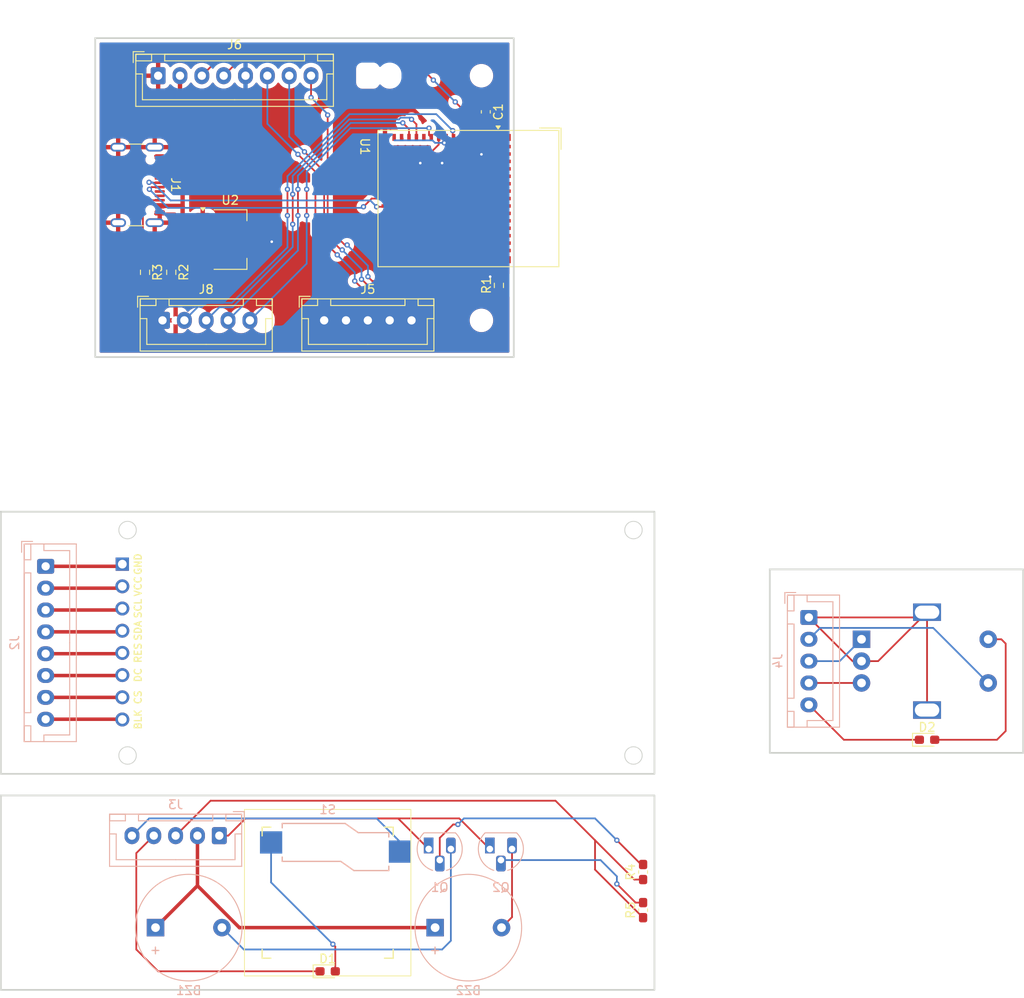
<source format=kicad_pcb>
(kicad_pcb (version 20241229) (generator "pcbnew") (generator_version "9.0")
  (layers (0 "F.Cu" signal) (2 "B.Cu" signal) (13 "F.Paste" user) (15 "B.Paste" user) (5 "F.SilkS" user "F.Silkscreen") (7 "B.SilkS" user "B.Silkscreen") (1 "F.Mask" user) (3 "B.Mask" user) (25 "Edge.Cuts" user))
  (net 0 "")
  (net 8 "E1A O")
  (net 11 "E1B O")
  (net 14 "Row 1 O")
  (net 15 "S1 O")
  (net 20 "E2B O")
  (net 22 "Row 0")
  (net 23 "S1")
  (net 28 "GND")
  (net 29 "+5V")
  (net 30 "D+")
  (net 31 "Net-(J1-CC2)")
  (net 32 "D-")
  (net 33 "Net-(J1-CC1)")
  (net 34 "+3V3")
  (net 35 "Net-(U1-EN)")
  (net 36 "Row 1")
  (net 37 "S0")
  (net 38 "S2 O")
  (net 39 "Row 2 O")
  (net 42 "Net-(BZ1--)")
  (net 46 "Net-(J2-Pin_1)")
  (net 47 "Net-(J2-Pin_6)")
  (net 48 "Net-(J2-Pin_7)")
  (net 49 "Net-(J2-Pin_5)")
  (net 50 "Net-(J2-Pin_4)")
  (net 51 "Net-(J2-Pin_3)")
  (net 52 "Net-(J2-Pin_2)")
  (net 53 "Net-(J2-Pin_8)")
  (net 54 "SCL")
  (net 55 "SDA")
  (net 56 "Net-(D1-A)")
  (net 57 "Net-(D2-A)")
  (net 58 "E1A")
  (net 59 "E1B")
  (net 60 "LCD-CS")
  (net 61 "LCD-BLK")
  (net 62 "LCD-DC")
  (net 63 "E2A O")
  (net 64 "S0 O")
  (net 65 "Row 0 O")
  (net 66 "Net-(BZ2--)")
  (net 67 "Net-(Q1-B)")
  (net 68 "Net-(Q2-B)")
  (net 69 "buzzer")
  (net 70 "buzzer 0")
  (footprint "MountingHole:MountingHole_2.2mm_M2" (layer "F.Cu") (at 138.25 174.5)
    (property "Reference" "REF**" (hide yes))
    (property "Value" "MountingHole_2.2mm_M2" (hide yes))
  )
  (footprint "Gateron-low-profile:Gateron_Low_Profile_Socket_1U" (layer "F.Cu") (at 109.4 173.5 180)
    (property "Reference" "S1")
    (property "Value" "Keyswitch")
  )
  (footprint "Diode_SMD:D_0603_1608Metric_Pad1.05x0.95mm_HandSolder" (layer "F.Cu") (at 178 156)
    (property "Reference" "D2")
    (property "Value" "D")
  )
  (footprint "MountingHole:MountingHole_2.2mm_M2" (layer "F.Cu") (at 80.25 174.5)
    (property "Reference" "REF**" (hide yes))
    (property "Value" "MountingHole_2.2mm_M2" (hide yes))
  )
  (footprint "Connector_JST:JST_XH_B5B-XH-A_1x05_P2.50mm_Vertical" (layer "F.Cu") (at 90.5 108)
    (property "Reference" "J8")
    (property "Value" "Conn_01x05")
  )
  (footprint "MountingHole:MountingHole_2.2mm_M2" (layer "F.Cu") (at 186.5 139)
    (property "Reference" "REF**" (hide yes))
    (property "Value" "MountingHole_2.2mm_M2" (hide yes))
  )
  (footprint "Capacitor_SMD:C_0603_1608Metric_Pad1.08x0.95mm_HandSolder" (layer "F.Cu") (at 145.5 171.1375 90)
    (property "Reference" "R4")
    (property "Value" "1kΩ")
  )
  (footprint "Connector_JST:JST_XH_B8B-XH-A_1x08_P2.50mm_Vertical" (layer "F.Cu") (at 90 80)
    (property "Reference" "J6")
    (property "Value" "Conn_01x08")
  )
  (footprint "Diode_SMD:D_0603_1608Metric_Pad1.05x0.95mm_HandSolder" (layer "F.Cu") (at 109.4 182.5)
    (property "Reference" "D1")
    (property "Value" "D")
  )
  (footprint "Resistor_SMD:R_0603_1608Metric_Pad0.98x0.95mm_HandSolder" (layer "F.Cu") (at 88.5 102.5 -90)
    (property "Reference" "R3")
    (property "Value" "5.1kΩ")
  )
  (footprint "Connector_JST:JST_XH_B5B-XH-A_1x05_P2.50mm_Vertical" (layer "F.Cu") (at 109 108)
    (property "Reference" "J5")
    (property "Value" "Conn_01x05")
  )
  (footprint "Package_TO_SOT_SMD:SOT-223-3_TabPin2" (layer "F.Cu") (at 98.25 98.75)
    (property "Reference" "U2")
    (property "Value" "AMS1117-3.3")
  )
  (footprint "Capacitor_SMD:C_0603_1608Metric_Pad1.08x0.95mm_HandSolder" (layer "F.Cu") (at 145.5 175.5 90)
    (property "Reference" "R5")
    (property "Value" "1kΩ")
  )
  (footprint "RF_Module:ESP32-S2-MINI-1" (layer "F.Cu") (at 125.51 94.06 -90)
    (property "Reference" "U1")
    (property "Value" "ESP32-S3-MINI-1")
  )
  (footprint "Capacitor_SMD:C_0603_1608Metric_Pad1.08x0.95mm_HandSolder" (layer "F.Cu") (at 127.5 84.1375 -90)
    (property "Reference" "C1")
    (property "Value" "0.1µF")
  )
  (footprint "Connector_USB:USB_C_Receptacle_GCT_USB4105-xx-A_16P_TopMnt_Horizontal" (layer "F.Cu") (at 86.5 92.5 -90)
    (property "Reference" "J1")
    (property "Value" "USB_C_Receptacle")
  )
  (footprint "MountingHole:MountingHole_2.2mm_M2" (layer "F.Cu") (at 127 80)
    (property "Reference" "REF**" (hide yes))
    (property "Value" "MountingHole_2.2mm_M2" (hide yes))
  )
  (footprint "Resistor_SMD:R_0603_1608Metric_Pad0.98x0.95mm_HandSolder" (layer "F.Cu") (at 91.5 102.5 -90)
    (property "Reference" "R2")
    (property "Value" "5.1kΩ")
  )
  (footprint "Resistor_SMD:R_0603_1608Metric_Pad0.98x0.95mm_HandSolder" (layer "F.Cu") (at 129 104 90)
    (property "Reference" "R1")
    (property "Value" "10kΩ")
  )
  (footprint "ScottoKeebs_Scotto:Encoder_EC11_MX" (layer "F.Cu") (at 178 147)
    (property "Reference" "SW1" (hide yes))
    (property "Value" "RotaryEncoder_Switch_MP" (hide yes))
  )
  (footprint "MountingHole:MountingHole_2.2mm_M2" (layer "F.Cu") (at 127 108)
    (property "Reference" "REF**" (hide yes))
    (property "Value" "MountingHole_2.2mm_M2" (hide yes))
  )
  (footprint "CustomLibrary:TZT_1.9in_TFT_ST7789" (layer "F.Cu") (at 84.4 144.9 -90)
    (property "Reference" "LCD1" (hide yes))
    (property "Value" "~")
    (fp_circle (center -12.9 -2.1) (end -11.9 -2.1) (stroke (width 0.1)) (fill no) (layer "Edge.Cuts"))
    (fp_circle (center 12.9 -2.1) (end 13.9 -2.1) (stroke (width 0.1)) (fill no) (layer "Edge.Cuts"))
    (fp_circle (center -12.9 -60) (end -11.9 -60) (stroke (width 0.1)) (fill no) (layer "Edge.Cuts"))
    (fp_circle (center 12.9 -60) (end 13.9 -60) (stroke (width 0.1)) (fill no) (layer "Edge.Cuts"))
  )
  (footprint "Connector_JST:JST_XH_B8B-XH-A_1x08_P2.50mm_Vertical" (layer "B.Cu") (at 77.125 136.15 -90)
    (property "Reference" "J2")
    (property "Value" "Conn_01x08")
  )
  (footprint "Package_TO_SOT_THT:TO-92_HandSolder" (layer "B.Cu") (at 127.96 168.5)
    (property "Reference" "Q2")
    (property "Value" "2N3904")
  )
  (footprint "Buzzer_Beeper:Buzzer_12x9.5RM7.6" (layer "B.Cu") (at 89.7 177.5)
    (property "Reference" "BZ1")
    (property "Value" "Buzzer")
  )
  (footprint "Package_TO_SOT_THT:TO-92_HandSolder" (layer "B.Cu") (at 120.96 168.5)
    (property "Reference" "Q1")
    (property "Value" "2N3904")
  )
  (footprint "Connector_JST:JST_XH_B5B-XH-A_1x05_P2.50mm_Vertical" (layer "B.Cu") (at 164.475 142 -90)
    (property "Reference" "J4")
    (property "Value" "Conn_01x05")
  )
  (footprint "Connector_JST:JST_XH_B5B-XH-A_1x05_P2.50mm_Vertical" (layer "B.Cu") (at 96.999999 166.974999 180)
    (property "Reference" "J3")
    (property "Value" "Conn_01x05")
  )
  (footprint "Buzzer_Beeper:Buzzer_12x9.5RM7.6" (layer "B.Cu") (at 121.7 177.5)
    (property "Reference" "BZ2")
    (property "Value" "Buzzer")
  )
  (gr_rect (start 72 129.9) (end 146.8 159.9) (stroke (width 0.2)) (fill no) (layer "Edge.Cuts"))
  (gr_rect (start 72 162.375) (end 146.8 184.625) (stroke (width 0.2)) (fill no) (layer "Edge.Cuts"))
  (gr_rect (start 160 136.5) (end 189 157.5) (stroke (width 0.2)) (fill no) (layer "Edge.Cuts"))
  (gr_rect (start 82.8 75.7) (end 130.7 112.2) (stroke (width 0.2)) (fill no) (layer "Edge.Cuts"))
  (segment (start 119.56 85.56) (end 119.56 87.06) (width 0.2) (layer "F.Cu") (net 8))
  (segment (start 119 85) (end 119.56 85.56) (width 0.2) (layer "F.Cu") (net 8))
  (segment (start 105.4 97) (end 105.4 93.565687) (width 0.2) (layer "F.Cu") (net 8))
  (via (at 119 85) (size 0.6) (drill 0.3) (layers "F.Cu" "B.Cu") (net 8))
  (via (at 105.4 97) (size 0.6) (drill 0.3) (layers "F.Cu" "B.Cu") (net 8))
  (via (at 105.4 93.565687) (size 0.6) (drill 0.3) (layers "F.Cu" "B.Cu") (net 8))
  (segment (start 105.4 99.6) (end 105.4 97) (width 0.2) (layer "B.Cu") (net 8))
  (segment (start 98.5 106.5) (end 105.4 99.6) (width 0.2) (layer "B.Cu") (net 8))
  (segment (start 111.868628 85) (end 117 85) (width 0.2) (layer "B.Cu") (net 8))
  (segment (start 105.4 93.565687) (end 105.434313 93.6) (width 0.2) (layer "B.Cu") (net 8))
  (segment (start 117.551471 85) (end 117.751471 84.8) (width 0.2) (layer "B.Cu") (net 8))
  (segment (start 97 106.5) (end 95.5 108) (width 0.2) (layer "B.Cu") (net 8))
  (segment (start 118.8 84.8) (end 119 85) (width 0.2) (layer "B.Cu") (net 8))
  (segment (start 105.4 91.468628) (end 111.868628 85) (width 0.2) (layer "B.Cu") (net 8))
  (segment (start 117.751471 84.8) (end 118.8 84.8) (width 0.2) (layer "B.Cu") (net 8))
  (segment (start 105.4 93.565687) (end 105.4 91.468628) (width 0.2) (layer "B.Cu") (net 8))
  (segment (start 98.5 106.5) (end 97 106.5) (width 0.2) (layer "B.Cu") (net 8))
  (segment (start 117 85) (end 117.551471 85) (width 0.2) (layer "B.Cu") (net 8))
  (segment (start 118.71 86.11) (end 118.71 87.06) (width 0.2) (layer "F.Cu") (net 11))
  (segment (start 118 85.4) (end 118.71 86.11) (width 0.2) (layer "F.Cu") (net 11))
  (segment (start 106 96) (end 106 93) (width 0.2) (layer "F.Cu") (net 11))
  (via (at 118 85.4) (size 0.6) (drill 0.3) (layers "F.Cu" "B.Cu") (net 11))
  (via (at 106 96) (size 0.6) (drill 0.3) (layers "F.Cu" "B.Cu") (net 11))
  (via (at 106 93) (size 0.6) (drill 0.3) (layers "F.Cu" "B.Cu") (net 11))
  (segment (start 98 108) (end 106 100) (width 0.2) (layer "B.Cu") (net 11))
  (segment (start 112.034314 85.4) (end 118 85.4) (width 0.2) (layer "B.Cu") (net 11))
  (segment (start 106 100) (end 106 96) (width 0.2) (layer "B.Cu") (net 11))
  (segment (start 106 91.434314) (end 111.717157 85.717157) (width 0.2) (layer "B.Cu") (net 11))
  (segment (start 111.717157 85.717157) (end 112.034314 85.4) (width 0.2) (layer "B.Cu") (net 11))
  (segment (start 106 93) (end 106 91.434314) (width 0.2) (layer "B.Cu") (net 11))
  (segment (start 121 86.8) (end 121.26 87.06) (width 0.2) (layer "F.Cu") (net 14))
  (segment (start 121 86) (end 121 86.8) (width 0.2) (layer "F.Cu") (net 14))
  (segment (start 107 96) (end 107 93) (width 0.2) (layer "F.Cu") (net 14))
  (via (at 107 93) (size 0.6) (drill 0.3) (layers "F.Cu" "B.Cu") (net 14))
  (via (at 107 96) (size 0.6) (drill 0.3) (layers "F.Cu" "B.Cu") (net 14))
  (via (at 121 86) (size 0.6) (drill 0.3) (layers "F.Cu" "B.Cu") (net 14))
  (segment (start 107 101.5) (end 107 96) (width 0.2) (layer "B.Cu") (net 14))
  (segment (start 112 86) (end 121 86) (width 0.2) (layer "B.Cu") (net 14))
  (segment (start 107 91) (end 112 86) (width 0.2) (layer "B.Cu") (net 14))
  (segment (start 107 93) (end 107 91) (width 0.2) (layer "B.Cu") (net 14))
  (segment (start 100.5 108) (end 107 101.5) (width 0.2) (layer "B.Cu") (net 14))
  (segment (start 104.8 96) (end 104.8 93) (width 0.2) (layer "F.Cu") (net 15))
  (segment (start 123.713908 86.963908) (end 123.81 87.06) (width 0.2) (layer "F.Cu") (net 15))
  (segment (start 123.713908 86.286092) (end 123.713908 86.963908) (width 0.2) (layer "F.Cu") (net 15))
  (via (at 104.8 93) (size 0.6) (drill 0.3) (layers "F.Cu" "B.Cu") (net 15))
  (via (at 104.8 96) (size 0.6) (drill 0.3) (layers "F.Cu" "B.Cu") (net 15))
  (via (at 123.713908 86.286092) (size 0.6) (drill 0.3) (layers "F.Cu" "B.Cu") (net 15))
  (segment (start 104.8 91.502943) (end 111.902943 84.4) (width 0.2) (layer "B.Cu") (net 15))
  (segment (start 104.8 99.634314) (end 98.434314 106) (width 0.2) (layer "B.Cu") (net 15))
  (segment (start 121.827816 84.4) (end 123.713908 86.286092) (width 0.2) (layer "B.Cu") (net 15))
  (segment (start 104.8 93) (end 104.8 91.502943) (width 0.2) (layer "B.Cu") (net 15))
  (segment (start 98.434314 106) (end 95 106) (width 0.2) (layer "B.Cu") (net 15))
  (segment (start 104.8 96) (end 104.8 99.634314) (width 0.2) (layer "B.Cu") (net 15))
  (segment (start 111.902943 84.4) (end 121.827816 84.4) (width 0.2) (layer "B.Cu") (net 15))
  (segment (start 95 106) (end 93 108) (width 0.2) (layer "B.Cu") (net 15))
  (segment (start 117 87.07) (end 117.01 87.06) (width 0.2) (layer "F.Cu") (net 20))
  (segment (start 87.5 168.974998) (end 89.499999 166.974999) (width 0.2) (layer "F.Cu") (net 22))
  (segment (start 108.525 182.5) (end 90 182.5) (width 0.2) (layer "F.Cu") (net 22))
  (segment (start 90 182.5) (end 87.5 180) (width 0.2) (layer "F.Cu") (net 22))
  (segment (start 87.5 180) (end 87.5 168.974998) (width 0.2) (layer "F.Cu") (net 22))
  (segment (start 165.775 143.2) (end 178.7 143.2) (width 0.2) (layer "B.Cu") (net 23))
  (segment (start 164.475 144.5) (end 165.775 143.2) (width 0.2) (layer "B.Cu") (net 23))
  (segment (start 178.7 143.2) (end 185 149.5) (width 0.2) (layer "B.Cu") (net 23))
  (segment (start 120.96 168.5) (end 117.46 165) (width 0.2) (layer "F.Cu") (net 28))
  (segment (start 170.5 147) (end 169.475 147) (width 0.2) (layer "F.Cu") (net 28))
  (segment (start 177.4 142) (end 178 141.4) (width 0.2) (layer "F.Cu") (net 28))
  (segment (start 124.46 165) (end 100 165) (width 0.2) (layer "F.Cu") (net 28))
  (segment (start 100 165) (end 98.025001 166.974999) (width 0.2) (layer "F.Cu") (net 28))
  (segment (start 169.475 147) (end 164.475 142) (width 0.2) (layer "F.Cu") (net 28))
  (segment (start 117.46 165) (end 100 165) (width 0.2) (layer "F.Cu") (net 28))
  (segment (start 178 152.6) (end 178 141.4) (width 0.2) (layer "F.Cu") (net 28))
  (segment (start 98.025001 166.974999) (end 96.999999 166.974999) (width 0.2) (layer "F.Cu") (net 28))
  (segment (start 164.475 142) (end 177.4 142) (width 0.2) (layer "F.Cu") (net 28))
  (segment (start 127.96 168.5) (end 124.46 165) (width 0.2) (layer "F.Cu") (net 28))
  (segment (start 172.4 147) (end 178 141.4) (width 0.2) (layer "F.Cu") (net 28))
  (segment (start 170.5 147) (end 172.4 147) (width 0.2) (layer "F.Cu") (net 28))
  (segment (start 92.8 99.75) (end 94.1 101.05) (width 0.5) (layer "F.Cu") (net 29))
  (segment (start 92.5 90) (end 92.5 80) (width 0.5) (layer "F.Cu") (net 29))
  (segment (start 92.8 95) (end 92.8 97.705026) (width 0.5) (layer "F.Cu") (net 29))
  (segment (start 90.18 90.1) (end 92.4 90.1) (width 0.5) (layer "F.Cu") (net 29))
  (segment (start 98.351 105.301) (end 108.801 105.301) (width 0.5) (layer "F.Cu") (net 29))
  (segment (start 92.4 90.1) (end 92.5 90) (width 0.5) (layer "F.Cu") (net 29))
  (segment (start 92.5 93.25) (end 92.5 90) (width 0.5) (layer "F.Cu") (net 29))
  (segment (start 90.18 94.9) (end 92.7 94.9) (width 0.5) (layer "F.Cu") (net 29))
  (segment (start 121.7 177.5) (end 99.299996 177.5) (width 0.4) (layer "F.Cu") (net 29))
  (segment (start 94.499998 172.700002) (end 89.7 177.5) (width 0.4) (layer "F.Cu") (net 29))
  (segment (start 92.8 99.75) (end 98.351 105.301) (width 0.5) (layer "F.Cu") (net 29))
  (segment (start 92.8 93.55) (end 92.8 95) (width 0.5) (layer "F.Cu") (net 29))
  (segment (start 95.1 101.05) (end 94.1 101.05) (width 0.5) (layer "F.Cu") (net 29))
  (segment (start 92.8 97.705026) (end 92.8 99.75) (width 0.5) (layer "F.Cu") (net 29))
  (segment (start 94.499998 166.974999) (end 94.499998 172.700002) (width 0.4) (layer "F.Cu") (net 29))
  (segment (start 92.7 94.9) (end 92.8 95) (width 0.5) (layer "F.Cu") (net 29))
  (segment (start 92.8 93.55) (end 92.5 93.25) (width 0.5) (layer "F.Cu") (net 29))
  (segment (start 99.299996 177.5) (end 94.499998 172.700002) (width 0.4) (layer "F.Cu") (net 29))
  (segment (start 108.801 105.301) (end 111.5 108) (width 0.5) (layer "F.Cu") (net 29))
  (segment (start 89.006176 92.25) (end 90.18 92.25) (width 0.2) (layer "F.Cu") (net 30))
  (segment (start 115 95) (end 115.87 95) (width 0.2) (layer "F.Cu") (net 30))
  (segment (start 115.87 95) (end 115.96 94.91) (width 0.2) (layer "F.Cu") (net 30))
  (segment (start 88.957313 92.201137) (end 89.006176 92.25) (width 0.2) (layer "F.Cu") (net 30))
  (via (at 115 95) (size 0.6) (drill 0.3) (layers "F.Cu" "B.Cu") (net 30))
  (via (at 88.957313 92.201137) (size 0.6) (drill 0.3) (layers "F.Cu" "B.Cu") (net 30))
  (segment (start 88.957313 92.201137) (end 89.351137 92.201137) (width 0.2) (layer "B.Cu") (net 30))
  (segment (start 91.425 94.275) (end 114.275 94.275) (width 0.2) (layer "B.Cu") (net 30))
  (segment (start 89.351137 92.201137) (end 91.425 94.275) (width 0.2) (layer "B.Cu") (net 30))
  (segment (start 114.275 94.275) (end 115 95) (width 0.2) (layer "B.Cu") (net 30))
  (segment (start 89.290406 94.25) (end 90.18 94.25) (width 0.2) (layer "F.Cu") (net 31))
  (segment (start 88.5 101.5875) (end 88.255 101.3425) (width 0.2) (layer "F.Cu") (net 31))
  (segment (start 88.255 101.3425) (end 88.255 95.285406) (width 0.2) (layer "F.Cu") (net 31))
  (segment (start 88.255 95.285406) (end 89.290406 94.25) (width 0.2) (layer "F.Cu") (net 31))
  (segment (start 113.5 95) (end 114.44 94.06) (width 0.2) (layer "F.Cu") (net 32))
  (segment (start 114.44 94.06) (end 115.96 94.06) (width 0.2) (layer "F.Cu") (net 32))
  (segment (start 89.25 92.75) (end 90.18 92.75) (width 0.2) (layer "F.Cu") (net 32))
  (segment (start 89 93) (end 89.25 92.75) (width 0.2) (layer "F.Cu") (net 32))
  (via (at 113.5 95) (size 0.6) (drill 0.3) (layers "F.Cu" "B.Cu") (net 32))
  (via (at 89 93) (size 0.6) (drill 0.3) (layers "F.Cu" "B.Cu") (net 32))
  (segment (start 113.5 95) (end 113.375 95.125) (width 0.2) (layer "B.Cu") (net 32))
  (segment (start 91.125 95.125) (end 89 93) (width 0.2) (layer "B.Cu") (net 32))
  (segment (start 113.375 95.125) (end 91.125 95.125) (width 0.2) (layer "B.Cu") (net 32))
  (segment (start 90.7125 102.375) (end 91.5 101.5875) (width 0.2) (layer "F.Cu") (net 33))
  (segment (start 87.805099 102.375) (end 90.7125 102.375) (width 0.2) (layer "F.Cu") (net 33))
  (segment (start 87.25 91.25) (end 87 91.5) (width 0.2) (layer "F.Cu") (net 33))
  (segment (start 90.18 91.25) (end 87.25 91.25) (width 0.2) (layer "F.Cu") (net 33))
  (segment (start 87 101.569901) (end 87.805099 102.375) (width 0.2) (layer "F.Cu") (net 33))
  (segment (start 87 91.5) (end 87 101.569901) (width 0.2) (layer "F.Cu") (net 33))
  (segment (start 128 104) (end 128 103) (width 0.2) (layer "F.Cu") (net 34))
  (segment (start 127.21 87.06) (end 127.21 88.79) (width 0.5) (layer "F.Cu") (net 34))
  (segment (start 102.75 98.75) (end 103 99) (width 0.5) (layer "F.Cu") (net 34))
  (segment (start 101.4 98.75) (end 102.75 98.75) (width 0.5) (layer "F.Cu") (net 34))
  (segment (start 129 104.9125) (end 128.9125 104.9125) (width 0.2) (layer "F.Cu") (net 34))
  (segment (start 95.1 98.75) (end 101.4 98.75) (width 0.5) (layer "F.Cu") (net 34))
  (segment (start 127.21 87.06) (end 127.21 85.185) (width 0.5) (layer "F.Cu") (net 34))
  (segment (start 127.21 88.79) (end 127 89) (width 0.5) (layer "F.Cu") (net 34))
  (segment (start 128.9125 104.9125) (end 128 104) (width 0.2) (layer "F.Cu") (net 34))
  (via (at 103 99) (size 0.6) (drill 0.3) (layers "F.Cu" "B.Cu") (net 34))
  (via (at 128 103) (size 0.6) (drill 0.3) (layers "F.Cu" "B.Cu") (net 34))
  (via (at 127 89) (size 0.6) (drill 0.3) (layers "F.Cu" "B.Cu") (net 34))
  (segment (start 128.91 102.9975) (end 129 103.0875) (width 0.2) (layer "F.Cu") (net 35))
  (segment (start 128.91 101.06) (end 128.91 102.9975) (width 0.2) (layer "F.Cu") (net 35))
  (segment (start 168.475 156) (end 164.475 152) (width 0.2) (layer "F.Cu") (net 36))
  (segment (start 177.125 156) (end 168.475 156) (width 0.2) (layer "F.Cu") (net 36))
  (segment (start 86.999999 166.974999) (end 88.974998 165) (width 0.2) (layer "B.Cu") (net 37))
  (segment (start 88.974998 165) (end 115 165) (width 0.2) (layer "B.Cu") (net 37))
  (segment (start 117.675 167.675) (end 117.675 168.8) (width 0.2) (layer "B.Cu") (net 37))
  (segment (start 115 165) (end 117.675 167.675) (width 0.2) (layer "B.Cu") (net 37))
  (segment (start 122.757215 87.462785) (end 122.96 87.26) (width 0.2) (layer "F.Cu") (net 38))
  (segment (start 122.757215 87.683607) (end 122.757215 87.462785) (width 0.2) (layer "F.Cu") (net 38))
  (segment (start 122.96 87.26) (end 122.96 87.06) (width 0.2) (layer "F.Cu") (net 38))
  (via (at 122.757215 87.683607) (size 0.6) (drill 0.3) (layers "F.Cu" "B.Cu") (net 38))
  (segment (start 121.683607 87.683607) (end 121.4 87.4) (width 0.2) (layer "B.Cu") (net 38))
  (segment (start 122.757215 87.683607) (end 121.683607 87.683607) (width 0.2) (layer "B.Cu") (net 38))
  (segment (start 121.4 87.4) (end 117.034314 87.4) (width 0.2) (layer "B.Cu") (net 38))
  (segment (start 123.5 179) (end 122.5 180) (width 0.2) (layer "B.Cu") (net 42))
  (segment (start 122.5 180) (end 99.8 180) (width 0.2) (layer "B.Cu") (net 42))
  (segment (start 99.8 180) (end 97.3 177.5) (width 0.2) (layer "B.Cu") (net 42))
  (segment (start 123.5 168.5) (end 123.5 179) (width 0.2) (layer "B.Cu") (net 42))
  (segment (start 85.65 136.15) (end 85.9 135.9) (width 0.2) (layer "F.Cu") (net 46))
  (segment (start 77.125 136.15) (end 85.65 136.15) (width 0.4) (layer "F.Cu") (net 46))
  (segment (start 77.125 148.65) (end 85.85 148.65) (width 0.4) (layer "F.Cu") (net 47))
  (segment (start 85.85 148.65) (end 85.9 148.6) (width 0.2) (layer "F.Cu") (net 47))
  (segment (start 77.125 151.15) (end 85.89 151.15) (width 0.4) (layer "F.Cu") (net 48))
  (segment (start 85.89 151.15) (end 85.9 151.14) (width 0.2) (layer "F.Cu") (net 48))
  (segment (start 77.125 146.15) (end 85.81 146.15) (width 0.4) (layer "F.Cu") (net 49))
  (segment (start 85.81 146.15) (end 85.9 146.06) (width 0.2) (layer "F.Cu") (net 49))
  (segment (start 85.77 143.65) (end 85.9 143.52) (width 0.2) (layer "F.Cu") (net 50))
  (segment (start 77.125 143.65) (end 85.77 143.65) (width 0.4) (layer "F.Cu") (net 50))
  (segment (start 85.73 141.15) (end 85.9 140.98) (width 0.2) (layer "F.Cu") (net 51))
  (segment (start 77.125 141.15) (end 85.73 141.15) (width 0.4) (layer "F.Cu") (net 51))
  (segment (start 77.125 138.65) (end 85.69 138.65) (width 0.4) (layer "F.Cu") (net 52))
  (segment (start 85.69 138.65) (end 85.9 138.44) (width 0.2) (layer "F.Cu") (net 52))
  (segment (start 85.87 153.65) (end 85.9 153.68) (width 0.2) (layer "F.Cu") (net 53))
  (segment (start 77.125 153.65) (end 85.87 153.65) (width 0.4) (layer "F.Cu") (net 53))
  (segment (start 124 83) (end 126.36 85.36) (width 0.2) (layer "F.Cu") (net 54))
  (segment (start 95 80) (end 97.1 77.9) (width 0.2) (layer "F.Cu") (net 54))
  (segment (start 121.5 80.5) (end 118.9 77.9) (width 0.2) (layer "F.Cu") (net 54))
  (segment (start 126.36 85.36) (end 126.36 87.06) (width 0.2) (layer "F.Cu") (net 54))
  (segment (start 97.1 77.9) (end 118.9 77.9) (width 0.2) (layer "F.Cu") (net 54))
  (via (at 121.5 80.5) (size 0.6) (drill 0.3) (layers "F.Cu" "B.Cu") (net 54))
  (via (at 124 83) (size 0.6) (drill 0.3) (layers "F.Cu" "B.Cu") (net 54))
  (segment (start 121.5 80.5) (end 124 83) (width 0.2) (layer "B.Cu") (net 54))
  (segment (start 117.3 78.3) (end 125.51 86.51) (width 0.2) (layer "F.Cu") (net 55))
  (segment (start 99.2 78.3) (end 117.3 78.3) (width 0.2) (layer "F.Cu") (net 55))
  (segment (start 97.5 80) (end 99.2 78.3) (width 0.2) (layer "F.Cu") (net 55))
  (segment (start 125.51 86.51) (end 125.51 87.06) (width 0.2) (layer "F.Cu") (net 55))
  (segment (start 110 179.4) (end 110.275 179.675) (width 0.2) (layer "F.Cu") (net 56))
  (segment (start 110.275 179.675) (end 110.275 182.5) (width 0.2) (layer "F.Cu") (net 56))
  (via (at 110 179.4) (size 0.6) (drill 0.3) (layers "F.Cu" "B.Cu") (net 56))
  (segment (start 102.925 172.325) (end 110 179.4) (width 0.2) (layer "B.Cu") (net 56))
  (segment (start 102.925 167.75) (end 102.925 172.325) (width 0.2) (layer "B.Cu") (net 56))
  (segment (start 187 145) (end 187 155) (width 0.2) (layer "F.Cu") (net 57))
  (segment (start 187 155) (end 186 156) (width 0.2) (layer "F.Cu") (net 57))
  (segment (start 186 156) (end 178.875 156) (width 0.2) (layer "F.Cu") (net 57))
  (segment (start 185 144.5) (end 186.5 144.5) (width 0.2) (layer "F.Cu") (net 57))
  (segment (start 186.5 144.5) (end 187 145) (width 0.2) (layer "F.Cu") (net 57))
  (segment (start 164.475 147) (end 168 147) (width 0.2) (layer "B.Cu") (net 58))
  (segment (start 168 147) (end 170.5 144.5) (width 0.2) (layer "B.Cu") (net 58))
  (segment (start 164.475 149.5) (end 170.5 149.5) (width 0.2) (layer "F.Cu") (net 59))
  (segment (start 112.5 103.5) (end 113.5 104.5) (width 0.2) (layer "F.Cu") (net 60))
  (segment (start 110.5 100.5) (end 108 98) (width 0.2) (layer "F.Cu") (net 60))
  (segment (start 118.17 104.5) (end 121.26 101.41) (width 0.2) (layer "F.Cu") (net 60))
  (segment (start 113.5 104.5) (end 118.17 104.5) (width 0.2) (layer "F.Cu") (net 60))
  (segment (start 106 89) (end 108 91) (width 0.2) (layer "F.Cu") (net 60))
  (segment (start 121.26 101.41) (end 121.26 101.06) (width 0.2) (layer "F.Cu") (net 60))
  (segment (start 108 91) (end 108 98) (width 0.2) (layer "F.Cu") (net 60))
  (via (at 106 89) (size 0.6) (drill 0.3) (layers "F.Cu" "B.Cu") (net 60))
  (via (at 110.5 100.5) (size 0.6) (drill 0.3) (layers "F.Cu" "B.Cu") (net 60))
  (via (at 112.5 103.5) (size 0.6) (drill 0.3) (layers "F.Cu" "B.Cu") (net 60))
  (segment (start 102.5 80) (end 102.5 85.5) (width 0.2) (layer "B.Cu") (net 60))
  (segment (start 112.5 103.5) (end 112.5 102.5) (width 0.2) (layer "B.Cu") (net 60))
  (segment (start 102.5 85.5) (end 106 89) (width 0.2) (layer "B.Cu") (net 60))
  (segment (start 112.5 102.5) (end 110.5 100.5) (width 0.2) (layer "B.Cu") (net 60))
  (segment (start 109.4 97.4) (end 109.4 84.4) (width 0.2) (layer "F.Cu") (net 61))
  (segment (start 111.5 99.5) (end 111.631374 99.368626) (width 0.2) (layer "F.Cu") (net 61))
  (segment (start 117.32 103.5) (end 119.56 101.26) (width 0.2) (layer "F.Cu") (net 61))
  (segment (start 114.013901 103.013901) (end 114.5 103.5) (width 0.2) (layer "F.Cu") (net 61))
  (segment (start 114.5 103.5) (end 117.32 103.5) (width 0.2) (layer "F.Cu") (net 61))
  (segment (start 114.013901 102.994255) (end 114.013901 103.013901) (width 0.2) (layer "F.Cu") (net 61))
  (segment (start 107.5 82.5) (end 107.5 80) (width 0.2) (layer "F.Cu") (net 61))
  (segment (start 119.56 101.26) (end 119.56 101.06) (width 0.2) (layer "F.Cu") (net 61))
  (segment (start 111.5 99.5) (end 109.4 97.4) (width 0.2) (layer "F.Cu") (net 61))
  (via (at 114.013901 102.994255) (size 0.6) (drill 0.3) (layers "F.Cu" "B.Cu") (net 61))
  (via (at 107.5 82.5) (size 0.6) (drill 0.3) (layers "F.Cu" "B.Cu") (net 61))
  (via (at 109.4 84.5) (size 0.6) (drill 0.3) (layers "F.Cu" "B.Cu") (net 61))
  (via (at 111.631374 99.368626) (size 0.6) (drill 0.3) (layers "F.Cu" "B.Cu") (net 61))
  (segment (start 109.4 84.4) (end 107.5 82.5) (width 0.2) (layer "B.Cu") (net 61))
  (segment (start 111.631374 99.368626) (end 114.013901 101.751153) (width 0.2) (layer "B.Cu") (net 61))
  (segment (start 109.4 84.5) (end 109.4 84.4) (width 0.2) (layer "B.Cu") (net 61))
  (segment (start 114.013901 101.751153) (end 114.013901 102.994255) (width 0.2) (layer "B.Cu") (net 61))
  (segment (start 113.274552 103.299816) (end 113.299816 103.299816) (width 0.2) (layer "F.Cu") (net 62))
  (segment (start 120.41 101.26) (end 120.41 101.06) (width 0.2) (layer "F.Cu") (net 62))
  (segment (start 114.1 104.1) (end 117.57 104.1) (width 0.2) (layer "F.Cu") (net 62))
  (segment (start 106.745258 88.709156) (end 109 90.963898) (width 0.2) (layer "F.Cu") (net 62))
  (segment (start 113.299816 103.299816) (end 114.1 104.1) (width 0.2) (layer "F.Cu") (net 62))
  (segment (start 109 98) (end 111 100) (width 0.2) (layer "F.Cu") (net 62))
  (segment (start 109 90.963898) (end 109 98) (width 0.2) (layer "F.Cu") (net 62))
  (segment (start 111 100) (end 111.065687 99.934313) (width 0.2) (layer "F.Cu") (net 62))
  (segment (start 117.57 104.1) (end 120.41 101.26) (width 0.2) (layer "F.Cu") (net 62))
  (via (at 111.065687 99.934313) (size 0.6) (drill 0.3) (layers "F.Cu" "B.Cu") (net 62))
  (via (at 113.274552 103.299816) (size 0.6) (drill 0.3) (layers "F.Cu" "B.Cu") (net 62))
  (via (at 106.745258 88.709156) (size 0.6) (drill 0.3) (layers "F.Cu" "B.Cu") (net 62))
  (segment (start 105 80) (end 105 86.963898) (width 0.2) (layer "B.Cu") (net 62))
  (segment (start 111.065687 99.934313) (end 113.274552 102.143178) (width 0.2) (layer "B.Cu") (net 62))
  (segment (start 105 86.963898) (end 106.745258 88.709156) (width 0.2) (layer "B.Cu") (net 62))
  (segment (start 113.274552 102.143178) (end 113.274552 103.299816) (width 0.2) (layer "B.Cu") (net 62))
  (segment (start 118 87.2) (end 117.86 87.06) (width 0.2) (layer "F.Cu") (net 63))
  (segment (start 124.66 87.06) (end 124.66 87.84) (width 0.2) (layer "F.Cu") (net 64))
  (segment (start 124.66 87.84) (end 122.5 90) (width 0.2) (layer "F.Cu") (net 64))
  (via (at 122.5 90) (size 0.6) (drill 0.3) (layers "F.Cu" "B.Cu") (net 64))
  (segment (start 119 93.5) (end 119 108) (width 0.2) (layer "B.Cu") (net 64))
  (segment (start 122.5 90) (end 119 93.5) (width 0.2) (layer "B.Cu") (net 64))
  (segment (start 122.11 87.06) (end 122.11 87.89) (width 0.2) (layer "F.Cu") (net 65))
  (segment (start 122.11 87.89) (end 120 90) (width 0.2) (layer "F.Cu") (net 65))
  (via (at 120 90) (size 0.6) (drill 0.3) (layers "F.Cu" "B.Cu") (net 65))
  (segment (start 116.5 108) (end 116.5 93.5) (width 0.2) (layer "B.Cu") (net 65))
  (segment (start 116.5 93.5) (end 120 90) (width 0.2) (layer "B.Cu") (net 65))
  (segment (start 130.5 168.5) (end 130.5 176.3) (width 0.2) (layer "F.Cu") (net 66))
  (segment (start 130.5 176.3) (end 129.3 177.5) (width 0.2) (layer "F.Cu") (net 66))
  (segment (start 142.5 167.5) (end 145.275 170.275) (width 0.2) (layer "F.Cu") (net 67))
  (segment (start 122.23 169.77) (end 122.23 167.23) (width 0.2) (layer "F.Cu") (net 67))
  (segment (start 122.23 167.23) (end 123.765735 165.694265) (width 0.2) (layer "F.Cu") (net 67))
  (segment (start 145.275 170.275) (end 145.5 170.275) (width 0.2) (layer "F.Cu") (net 67))
  (segment (start 123.765735 165.694265) (end 124.305735 165.694265) (width 0.2) (layer "F.Cu") (net 67))
  (via (at 142.5 167.5) (size 0.6) (drill 0.3) (layers "F.Cu" "B.Cu") (net 67))
  (via (at 124.305735 165.694265) (size 0.6) (drill 0.3) (layers "F.Cu" "B.Cu") (net 67))
  (segment (start 124.305735 165.694265) (end 125 165) (width 0.2) (layer "B.Cu") (net 67))
  (segment (start 125 165) (end 140 165) (width 0.2) (layer "B.Cu") (net 67))
  (segment (start 140 165) (end 142.5 167.5) (width 0.2) (layer "B.Cu") (net 67))
  (segment (start 142.5 172.5) (end 144.6375 174.6375) (width 0.2) (layer "F.Cu") (net 68))
  (segment (start 144.6375 174.6375) (end 145.5 174.6375) (width 0.2) (layer "F.Cu") (net 68))
  (via (at 142.5 172.5) (size 0.6) (drill 0.3) (layers "F.Cu" "B.Cu") (net 68))
  (segment (start 129.23 169.77) (end 140.6325 169.77) (width 0.2) (layer "B.Cu") (net 68))
  (segment (start 142.5 171.6375) (end 142.5 172.5) (width 0.2) (layer "B.Cu") (net 68))
  (segment (start 140.6325 169.77) (end 142.5 171.6375) (width 0.2) (layer "B.Cu") (net 68))
  (segment (start 140 167.5) (end 144.5 172) (width 0.2) (layer "F.Cu") (net 69))
  (segment (start 95.998999 162.976) (end 135.476 162.976) (width 0.2) (layer "F.Cu") (net 69))
  (segment (start 91.999999 166.975) (end 95.998999 162.976) (width 0.2) (layer "F.Cu") (net 69))
  (segment (start 135.476 162.976) (end 140 167.5) (width 0.2) (layer "F.Cu") (net 69))
  (segment (start 140 167.5) (end 140 170.8625) (width 0.2) (layer "F.Cu") (net 69))
  (segment (start 140 170.8625) (end 145.5 176.3625) (width 0.2) (layer "F.Cu") (net 69))
  (segment (start 144.5 172) (end 145.5 172) (width 0.2) (layer "F.Cu") (net 69))
  (segment (start 114 108) (end 117.099 104.901) (width 0.2) (layer "F.Cu") (net 70))
  (segment (start 122.96 101.26) (end 122.96 101.06) (width 0.2) (layer "F.Cu") (net 70))
  (segment (start 119.319 104.901) (end 122.96 101.26) (width 0.2) (layer "F.Cu") (net 70))
  (segment (start 117.099 104.901) (end 119.319 104.901) (width 0.2) (layer "F.Cu") (net 70))
  (zone (net 28) (net_name "GND") (layer "F.Cu") (connect_pads (clearance 0.5)) (min_thickness 0.25) (fill yes (thermal_gap 0.5) (thermal_bridge_width 0.5))
    (polygon (pts (xy 81.3 75) (xy 130.7 75) (xy 131 114.5) (xy 81 114.5)))
  )
  (zone (net 34) (net_name "+3V3") (layer "B.Cu") (priority 1) (connect_pads (clearance 0.5)) (min_thickness 0.25) (fill yes (thermal_gap 0.5) (thermal_bridge_width 0.5))
    (polygon (pts (xy 130.7 75) (xy 131 114.5) (xy 80.5 114.5) (xy 80.8 75)))
  )
)
</source>
